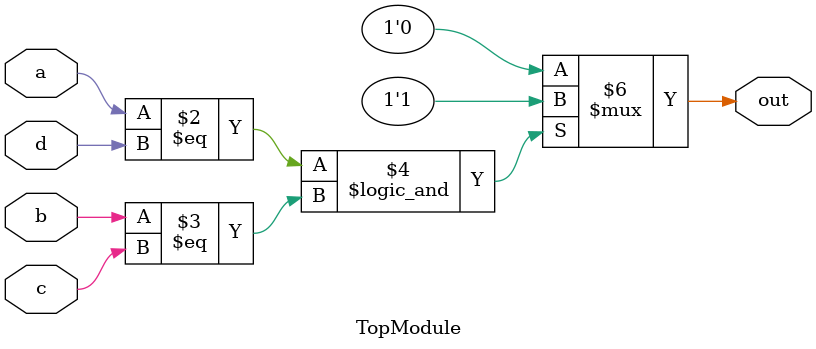
<source format=v>
module TopModule (
  input a,
  input b,
  input c,
  input d,
  output reg out
);

  always @(*) begin
    if (a == d && b == c) begin
      out = 1;
    end else begin
      out = 0;
    end
  end

endmodule
</source>
